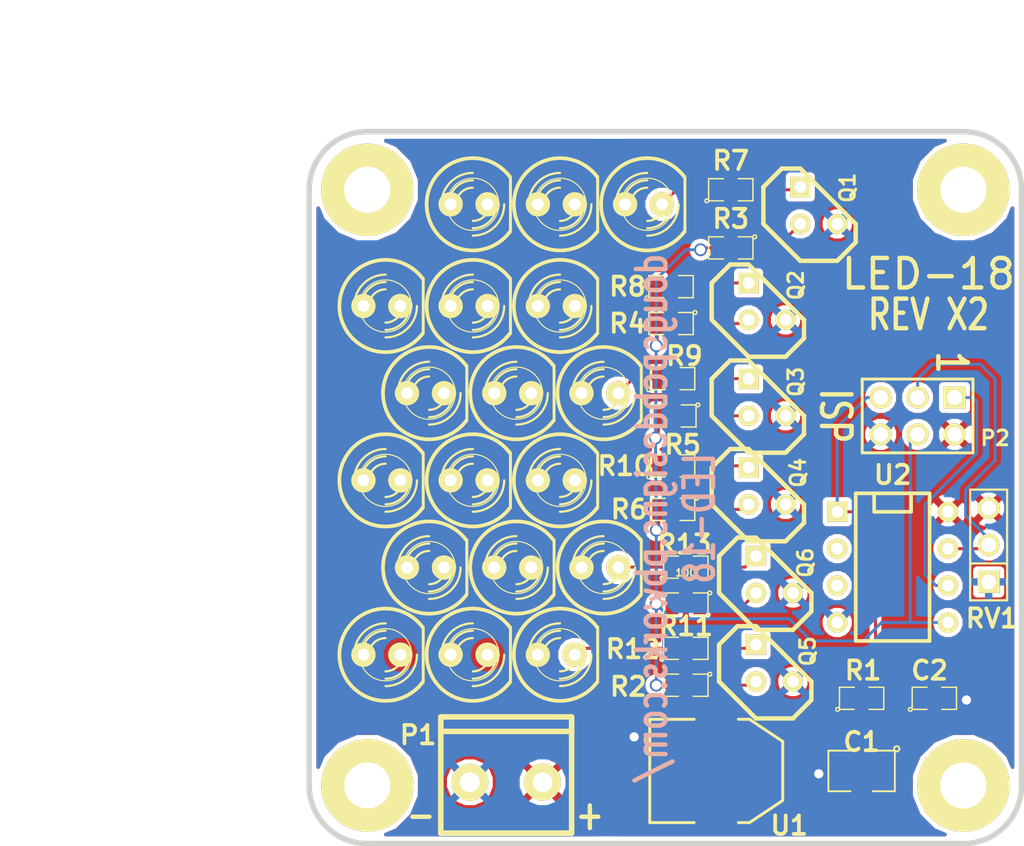
<source format=kicad_pcb>
(kicad_pcb (version 3) (host pcbnew "(2013-05-31 BZR 4019)-stable")
  (layers (15 Front signal) (0 Back signal) (20 B.SilkS user) (21 F.SilkS user) (22 B.Mask user) (23 F.Mask user) (28 Edge.Cuts user))
  (net 0 "")
  (net 1 +12V)
  (net 2 +5V)
  (net 3 /MISO)
  (net 4 /MOSI)
  (net 5 /RST*)
  (net 6 /SCK)
  (net 7 GND)
  (net 8 N-000001)
  (net 9 N-0000016)
  (net 10 N-0000017)
  (net 11 N-0000018)
  (net 12 N-0000019)
  (net 13 N-000002)
  (net 14 N-0000020)
  (net 15 N-0000021)
  (net 16 N-0000026)
  (net 17 N-0000027)
  (net 18 N-0000028)
  (net 19 N-0000029)
  (net 20 N-000003)
  (net 21 N-0000030)
  (net 22 N-0000031)
  (net 23 N-0000032)
  (net 24 N-0000033)
  (net 25 N-0000034)
  (net 26 N-0000035)
  (net 27 N-0000036)
  (net 28 N-0000037)
  (net 29 N-0000038)
  (net 30 N-0000039)
  (net 31 N-000004)
  (net 32 N-0000040)
  (net 33 N-0000041)
  (net 34 N-000005)
  (net 35 N-000006)
  (net 36 N-000007)
  (net 37 N-000008)
  (module PIN_ARRAY_3X1 (layer Front) (at 201.736 108.448 90)
    (fp_text reference RV1 (at -5.052 0.228 180) (layer F.SilkS) (effects (font (size 1.27 1.27) (thickness 0.254))))
    (fp_text value 10K-POT hide)
    (pad 1 thru_hole rect (at -2.54 0 90) (size 1.524 1.524) (drill 1.016) (layers *.Cu *.Mask F.SilkS) (net 7 GND))
    (pad 2 thru_hole circle (at 0 0 90) (size 1.524 1.524) (drill 1.016) (layers *.Cu *.Mask F.SilkS) (net 6 /SCK))
    (pad 3 thru_hole circle (at 2.54 0 90) (size 1.524 1.524) (drill 1.016) (layers *.Cu *.Mask F.SilkS) (net 2 +5V))
  )
  (module LED-5MM (layer Front) (at 163 98)
    (fp_text reference D7 hide)
    (fp_text value LED hide)
    (pad 1 thru_hole circle (at -1.27 0) (size 1.6764 1.6764) (drill 0.812799) (layers *.Cu *.Mask F.SilkS) (net 1 +12V))
    (pad 2 thru_hole circle (at 1.27 0) (size 1.6764 1.6764) (drill 0.812799) (layers *.Cu *.Mask F.SilkS) (net 21 N-0000030))
  )
  (module LED-5MM (layer Front) (at 172 104)
    (fp_text reference D12 hide)
    (fp_text value LED hide)
    (pad 1 thru_hole circle (at -1.27 0) (size 1.6764 1.6764) (drill 0.812799) (layers *.Cu *.Mask F.SilkS) (net 23 N-0000032))
    (pad 2 thru_hole circle (at 1.27 0) (size 1.6764 1.6764) (drill 0.812799) (layers *.Cu *.Mask F.SilkS) (net 24 N-0000033))
  )
  (module LED-5MM (layer Front) (at 166 104)
    (fp_text reference D11 hide)
    (fp_text value LED hide)
    (pad 1 thru_hole circle (at -1.27 0) (size 1.6764 1.6764) (drill 0.812799) (layers *.Cu *.Mask F.SilkS) (net 22 N-0000031))
    (pad 2 thru_hole circle (at 1.27 0) (size 1.6764 1.6764) (drill 0.812799) (layers *.Cu *.Mask F.SilkS) (net 23 N-0000032))
  )
  (module LED-5MM (layer Front) (at 160 104)
    (fp_text reference D10 hide)
    (fp_text value LED hide)
    (pad 1 thru_hole circle (at -1.27 0) (size 1.6764 1.6764) (drill 0.812799) (layers *.Cu *.Mask F.SilkS) (net 1 +12V))
    (pad 2 thru_hole circle (at 1.27 0) (size 1.6764 1.6764) (drill 0.812799) (layers *.Cu *.Mask F.SilkS) (net 22 N-0000031))
  )
  (module LED-5MM (layer Front) (at 175 98)
    (fp_text reference D9 hide)
    (fp_text value LED hide)
    (pad 1 thru_hole circle (at -1.27 0) (size 1.6764 1.6764) (drill 0.812799) (layers *.Cu *.Mask F.SilkS) (net 17 N-0000027))
    (pad 2 thru_hole circle (at 1.27 0) (size 1.6764 1.6764) (drill 0.812799) (layers *.Cu *.Mask F.SilkS) (net 19 N-0000029))
  )
  (module LED-5MM (layer Front) (at 169 98)
    (fp_text reference D8 hide)
    (fp_text value LED hide)
    (pad 1 thru_hole circle (at -1.27 0) (size 1.6764 1.6764) (drill 0.812799) (layers *.Cu *.Mask F.SilkS) (net 21 N-0000030))
    (pad 2 thru_hole circle (at 1.27 0) (size 1.6764 1.6764) (drill 0.812799) (layers *.Cu *.Mask F.SilkS) (net 17 N-0000027))
  )
  (module LED-5MM (layer Front) (at 172 92)
    (fp_text reference D6 hide)
    (fp_text value LED hide)
    (pad 1 thru_hole circle (at -1.27 0) (size 1.6764 1.6764) (drill 0.812799) (layers *.Cu *.Mask F.SilkS) (net 28 N-0000037))
    (pad 2 thru_hole circle (at 1.27 0) (size 1.6764 1.6764) (drill 0.812799) (layers *.Cu *.Mask F.SilkS) (net 27 N-0000036))
  )
  (module LED-5MM (layer Front) (at 166 92)
    (fp_text reference D5 hide)
    (fp_text value LED hide)
    (pad 1 thru_hole circle (at -1.27 0) (size 1.6764 1.6764) (drill 0.812799) (layers *.Cu *.Mask F.SilkS) (net 29 N-0000038))
    (pad 2 thru_hole circle (at 1.27 0) (size 1.6764 1.6764) (drill 0.812799) (layers *.Cu *.Mask F.SilkS) (net 28 N-0000037))
  )
  (module LED-5MM (layer Front) (at 160 92)
    (fp_text reference D4 hide)
    (fp_text value LED hide)
    (pad 1 thru_hole circle (at -1.27 0) (size 1.6764 1.6764) (drill 0.812799) (layers *.Cu *.Mask F.SilkS) (net 1 +12V))
    (pad 2 thru_hole circle (at 1.27 0) (size 1.6764 1.6764) (drill 0.812799) (layers *.Cu *.Mask F.SilkS) (net 29 N-0000038))
  )
  (module LED-5MM (layer Front) (at 178 85)
    (fp_text reference D3 hide)
    (fp_text value LED hide)
    (pad 1 thru_hole circle (at -1.27 0) (size 1.6764 1.6764) (drill 0.812799) (layers *.Cu *.Mask F.SilkS) (net 32 N-0000040))
    (pad 2 thru_hole circle (at 1.27 0) (size 1.6764 1.6764) (drill 0.812799) (layers *.Cu *.Mask F.SilkS) (net 33 N-0000041))
  )
  (module LED-5MM (layer Front) (at 172 85)
    (fp_text reference D2 hide)
    (fp_text value LED hide)
    (pad 1 thru_hole circle (at -1.27 0) (size 1.6764 1.6764) (drill 0.812799) (layers *.Cu *.Mask F.SilkS) (net 30 N-0000039))
    (pad 2 thru_hole circle (at 1.27 0) (size 1.6764 1.6764) (drill 0.812799) (layers *.Cu *.Mask F.SilkS) (net 32 N-0000040))
  )
  (module LED-5MM (layer Front) (at 166 85)
    (fp_text reference D1 hide)
    (fp_text value LED hide)
    (pad 1 thru_hole circle (at -1.27 0) (size 1.6764 1.6764) (drill 0.812799) (layers *.Cu *.Mask F.SilkS) (net 1 +12V))
    (pad 2 thru_hole circle (at 1.27 0) (size 1.6764 1.6764) (drill 0.812799) (layers *.Cu *.Mask F.SilkS) (net 30 N-0000039))
  )
  (module TB2-5MM (layer Front) (at 166.0525 124.7775)
    (fp_text reference P1 (at -3.5595 -3.2485) (layer F.SilkS) (effects (font (size 1.27 1.27) (thickness 0.254))))
    (fp_text value CONN_2 hide)
    (pad 1 thru_hole circle (at 0 0) (size 2.54 2.54) (drill 1.3589) (layers *.Cu *.Mask F.SilkS) (net 7 GND))
    (pad 2 thru_hole circle (at 5 0) (size 2.54 2.54) (drill 1.3589) (layers *.Cu *.Mask F.SilkS) (net 1 +12V))
  )
  (module SM0805 (layer Front) (at 193 119)
    (fp_text reference R1 (at 0.1 -1.916) (layer F.SilkS) (effects (font (size 1.27 1.27) (thickness 0.254))))
    (fp_text value 10K hide)
    (pad 1 smd rect (at -0.9525 0) (size 0.889 1.397) (layers Front F.Mask) (net 2 +5V))
    (pad 2 smd rect (at 0.9525 0) (size 0.889 1.397) (layers Front F.Mask) (net 5 /RST*))
  )
  (module SM1210 (layer Front) (at 193 124 180)
    (fp_text reference C1 (at 0 2 180) (layer F.SilkS) (effects (font (size 1.27 1.27) (thickness 0.254))))
    (fp_text value 10uF hide)
    (pad 1 smd rect (at -1.524 0 180) (size 1.27 2.54) (layers Front F.Mask) (net 2 +5V))
    (pad 2 smd rect (at 1.524 0 180) (size 1.27 2.54) (layers Front F.Mask) (net 7 GND))
  )
  (module SM0805 (layer Front) (at 198 119)
    (fp_text reference C2 (at -0.328 -1.916) (layer F.SilkS) (effects (font (size 1.27 1.27) (thickness 0.254))))
    (fp_text value 0.1uF hide)
    (pad 1 smd rect (at -0.9525 0) (size 0.889 1.397) (layers Front F.Mask) (net 5 /RST*))
    (pad 2 smd rect (at 0.9525 0) (size 0.889 1.397) (layers Front F.Mask) (net 7 GND))
  )
  (module SM0805 (layer Front) (at 184 88 180)
    (fp_text reference R3 (at 0 2 180) (layer F.SilkS) (effects (font (size 1.27 1.27) (thickness 0.254))))
    (fp_text value 10K hide)
    (pad 1 smd rect (at -0.9525 0 180) (size 0.889 1.397) (layers Front F.Mask) (net 11 N-0000018))
    (pad 2 smd rect (at 0.9525 0 180) (size 0.889 1.397) (layers Front F.Mask) (net 4 /MOSI))
  )
  (module SM0805 (layer Front) (at 179.892 93.208 180)
    (fp_text reference R4 (at 3 0 180) (layer F.SilkS) (effects (font (size 1.27 1.27) (thickness 0.254))))
    (fp_text value 10K hide)
    (pad 1 smd rect (at -0.9525 0 180) (size 0.889 1.397) (layers Front F.Mask) (net 12 N-0000019))
    (pad 2 smd rect (at 0.9525 0 180) (size 0.889 1.397) (layers Front F.Mask) (net 4 /MOSI))
  )
  (module SM0805 (layer Front) (at 180.086 99.568 180)
    (fp_text reference R5 (at -0.6032 -1.9804 180) (layer F.SilkS) (effects (font (size 1.27 1.27) (thickness 0.254))))
    (fp_text value 10K hide)
    (pad 1 smd rect (at -0.9525 0 180) (size 0.889 1.397) (layers Front F.Mask) (net 14 N-0000020))
    (pad 2 smd rect (at 0.9525 0 180) (size 0.889 1.397) (layers Front F.Mask) (net 4 /MOSI))
  )
  (module SM0805 (layer Front) (at 180 106 180)
    (fp_text reference R6 (at 3 0 180) (layer F.SilkS) (effects (font (size 1.27 1.27) (thickness 0.254))))
    (fp_text value 10K hide)
    (pad 1 smd rect (at -0.9525 0 180) (size 0.889 1.397) (layers Front F.Mask) (net 16 N-0000026))
    (pad 2 smd rect (at 0.9525 0 180) (size 0.889 1.397) (layers Front F.Mask) (net 4 /MOSI))
  )
  (module SM0805 (layer Front) (at 184 84)
    (fp_text reference R7 (at 0 -2) (layer F.SilkS) (effects (font (size 1.27 1.27) (thickness 0.254))))
    (fp_text value 100 hide)
    (pad 1 smd rect (at -0.9525 0) (size 0.889 1.397) (layers Front F.Mask) (net 33 N-0000041))
    (pad 2 smd rect (at 0.9525 0) (size 0.889 1.397) (layers Front F.Mask) (net 15 N-0000021))
  )
  (module SM0805 (layer Front) (at 179.892 90.668)
    (fp_text reference R8 (at -3 0) (layer F.SilkS) (effects (font (size 1.27 1.27) (thickness 0.254))))
    (fp_text value 100 hide)
    (pad 1 smd rect (at -0.9525 0) (size 0.889 1.397) (layers Front F.Mask) (net 27 N-0000036))
    (pad 2 smd rect (at 0.9525 0) (size 0.889 1.397) (layers Front F.Mask) (net 26 N-0000035))
  )
  (module SM0805 (layer Front) (at 180 97)
    (fp_text reference R9 (at 0.8064 -1.5568) (layer F.SilkS) (effects (font (size 1.27 1.27) (thickness 0.254))))
    (fp_text value 100 hide)
    (pad 1 smd rect (at -0.9525 0) (size 0.889 1.397) (layers Front F.Mask) (net 19 N-0000029))
    (pad 2 smd rect (at 0.9525 0) (size 0.889 1.397) (layers Front F.Mask) (net 18 N-0000028))
  )
  (module SM0805 (layer Front) (at 180 103)
    (fp_text reference R10 (at -3.3084 0.0124) (layer F.SilkS) (effects (font (size 1.27 1.27) (thickness 0.254))))
    (fp_text value 100 hide)
    (pad 1 smd rect (at -0.9525 0) (size 0.889 1.397) (layers Front F.Mask) (net 24 N-0000033))
    (pad 2 smd rect (at 0.9525 0) (size 0.889 1.397) (layers Front F.Mask) (net 25 N-0000034))
  )
  (module SOT223 (layer Front) (at 183 124 270)
    (fp_text reference U1 (at 3.752 -5.02 360) (layer F.SilkS) (effects (font (size 1.27 1.27) (thickness 0.254))))
    (fp_text value AP1117 hide)
    (pad 4 smd rect (at 0 -3.302 270) (size 3.6576 2.032) (layers Front F.Mask) (net 2 +5V))
    (pad 2 smd rect (at 0 3.302 270) (size 1.016 2.032) (layers Front F.Mask) (net 2 +5V))
    (pad 3 smd rect (at 2.286 3.302 270) (size 1.016 2.032) (layers Front F.Mask) (net 1 +12V))
    (pad 1 smd rect (at -2.286 3.302 270) (size 1.016 2.032) (layers Front F.Mask) (net 7 GND))
  )
  (module SM0805 (layer Front) (at 180.908 109.972)
    (fp_text reference R13 (at -0.092 -1.568) (layer F.SilkS) (effects (font (size 1.27 1.27) (thickness 0.254))))
    (fp_text value 100 (at 0 0.381) (layer F.SilkS) (effects (font (size 0.50038 0.50038) (thickness 0.10922))))
    (pad 1 smd rect (at -0.9525 0) (size 0.889 1.397) (layers Front F.Mask) (net 20 N-000003))
    (pad 2 smd rect (at 0.9525 0) (size 0.889 1.397) (layers Front F.Mask) (net 13 N-000002))
  )
  (module SM0805 (layer Front) (at 180.908 115.56)
    (fp_text reference R12 (at -3.648 0.052) (layer F.SilkS) (effects (font (size 1.27 1.27) (thickness 0.254))))
    (fp_text value 100 hide)
    (pad 1 smd rect (at -0.9525 0) (size 0.889 1.397) (layers Front F.Mask) (net 36 N-000007))
    (pad 2 smd rect (at 0.9525 0) (size 0.889 1.397) (layers Front F.Mask) (net 37 N-000008))
  )
  (module SM0805 (layer Front) (at 180.908 112.512 180)
    (fp_text reference R11 (at 0 -1.524 180) (layer F.SilkS) (effects (font (size 1.27 1.27) (thickness 0.254))))
    (fp_text value 10K hide)
    (pad 1 smd rect (at -0.9525 0 180) (size 0.889 1.397) (layers Front F.Mask) (net 10 N-0000017))
    (pad 2 smd rect (at 0.9525 0 180) (size 0.889 1.397) (layers Front F.Mask) (net 4 /MOSI))
  )
  (module SM0805 (layer Front) (at 180.908 118.1 180)
    (fp_text reference R2 (at 3.9624 -0.1016 180) (layer F.SilkS) (effects (font (size 1.27 1.27) (thickness 0.254))))
    (fp_text value 10K hide)
    (pad 1 smd rect (at -0.9525 0 180) (size 0.889 1.397) (layers Front F.Mask) (net 9 N-0000016))
    (pad 2 smd rect (at 0.9525 0 180) (size 0.889 1.397) (layers Front F.Mask) (net 4 /MOSI))
  )
  (module LED-5MM (layer Front) (at 163 110)
    (fp_text reference D16 hide)
    (fp_text value LED hide)
    (pad 1 thru_hole circle (at -1.27 0) (size 1.6764 1.6764) (drill 0.8128) (layers *.Cu *.Mask F.SilkS) (net 1 +12V))
    (pad 2 thru_hole circle (at 1.27 0) (size 1.6764 1.6764) (drill 0.8128) (layers *.Cu *.Mask F.SilkS) (net 8 N-000001))
  )
  (module LED-5MM (layer Front) (at 169 110)
    (fp_text reference D17 hide)
    (fp_text value LED hide)
    (pad 1 thru_hole circle (at -1.27 0) (size 1.6764 1.6764) (drill 0.8128) (layers *.Cu *.Mask F.SilkS) (net 8 N-000001))
    (pad 2 thru_hole circle (at 1.27 0) (size 1.6764 1.6764) (drill 0.8128) (layers *.Cu *.Mask F.SilkS) (net 31 N-000004))
  )
  (module LED-5MM (layer Front) (at 175 110)
    (fp_text reference D18 hide)
    (fp_text value LED hide)
    (pad 1 thru_hole circle (at -1.27 0) (size 1.6764 1.6764) (drill 0.8128) (layers *.Cu *.Mask F.SilkS) (net 31 N-000004))
    (pad 2 thru_hole circle (at 1.27 0) (size 1.6764 1.6764) (drill 0.8128) (layers *.Cu *.Mask F.SilkS) (net 20 N-000003))
  )
  (module LED-5MM (layer Front) (at 160 116)
    (fp_text reference D13 hide)
    (fp_text value LED hide)
    (pad 1 thru_hole circle (at -1.27 0) (size 1.6764 1.6764) (drill 0.8128) (layers *.Cu *.Mask F.SilkS) (net 1 +12V))
    (pad 2 thru_hole circle (at 1.27 0) (size 1.6764 1.6764) (drill 0.8128) (layers *.Cu *.Mask F.SilkS) (net 34 N-000005))
  )
  (module LED-5MM (layer Front) (at 166 116)
    (fp_text reference D14 hide)
    (fp_text value LED hide)
    (pad 1 thru_hole circle (at -1.27 0) (size 1.6764 1.6764) (drill 0.8128) (layers *.Cu *.Mask F.SilkS) (net 34 N-000005))
    (pad 2 thru_hole circle (at 1.27 0) (size 1.6764 1.6764) (drill 0.8128) (layers *.Cu *.Mask F.SilkS) (net 35 N-000006))
  )
  (module LED-5MM (layer Front) (at 172 116)
    (fp_text reference D15 hide)
    (fp_text value LED hide)
    (pad 1 thru_hole circle (at -1.27 0) (size 1.6764 1.6764) (drill 0.8128) (layers *.Cu *.Mask F.SilkS) (net 35 N-000006))
    (pad 2 thru_hole circle (at 1.27 0) (size 1.6764 1.6764) (drill 0.8128) (layers *.Cu *.Mask F.SilkS) (net 36 N-000007))
  )
  (module MTG-4-40 (layer Front) (at 200 125)
    (fp_text reference MTG4 hide)
    (fp_text value CONN_1 hide)
    (pad 1 thru_hole circle (at 0 0) (size 6.35 6.35) (drill 3.175) (layers *.Cu *.Mask F.SilkS))
  )
  (module MTG-4-40 (layer Front) (at 159 125)
    (fp_text reference MTG3 hide)
    (fp_text value CONN_1 hide)
    (pad 1 thru_hole circle (at 0 0) (size 6.35 6.35) (drill 3.175) (layers *.Cu *.Mask F.SilkS))
  )
  (module MTG-4-40 (layer Front) (at 200 84)
    (fp_text reference MTG2 hide)
    (fp_text value CONN_1 hide)
    (pad 1 thru_hole circle (at 0 0) (size 6.35 6.35) (drill 3.175) (layers *.Cu *.Mask F.SilkS))
  )
  (module MTG-4-40 (layer Front) (at 159 84)
    (fp_text reference MTG1 hide)
    (fp_text value CONN_1 hide)
    (pad 1 thru_hole circle (at 0 0) (size 6.35 6.35) (drill 3.175) (layers *.Cu *.Mask F.SilkS))
  )
  (module DIP-8__300 (layer Front) (at 195.132 109.972 270)
    (fp_text reference U2 (at -6.35 0 360) (layer F.SilkS) (effects (font (size 1.27 1.27) (thickness 0.254))))
    (fp_text value ATTINY85 hide)
    (pad 1 thru_hole rect (at -3.81 3.81 270) (size 1.397 1.397) (drill 0.8128) (layers *.Cu *.Mask F.SilkS) (net 5 /RST*))
    (pad 2 thru_hole circle (at -1.27 3.81 270) (size 1.397 1.397) (drill 0.8128) (layers *.Cu *.Mask F.SilkS))
    (pad 3 thru_hole circle (at 1.27 3.81 270) (size 1.397 1.397) (drill 0.8128) (layers *.Cu *.Mask F.SilkS))
    (pad 4 thru_hole circle (at 3.81 3.81 270) (size 1.397 1.397) (drill 0.8128) (layers *.Cu *.Mask F.SilkS) (net 7 GND))
    (pad 5 thru_hole circle (at 3.81 -3.81 270) (size 1.397 1.397) (drill 0.8128) (layers *.Cu *.Mask F.SilkS) (net 4 /MOSI))
    (pad 6 thru_hole circle (at 1.27 -3.81 270) (size 1.397 1.397) (drill 0.8128) (layers *.Cu *.Mask F.SilkS) (net 3 /MISO))
    (pad 7 thru_hole circle (at -1.27 -3.81 270) (size 1.397 1.397) (drill 0.8128) (layers *.Cu *.Mask F.SilkS) (net 6 /SCK))
    (pad 8 thru_hole circle (at -3.81 -3.81 270) (size 1.397 1.397) (drill 0.8128) (layers *.Cu *.Mask F.SilkS) (net 2 +5V))
  )
  (module TO92-123 (layer Front) (at 186.496 104.384 90)
    (fp_text reference Q4 (at 0.9144 2.1336 90) (layer F.SilkS) (effects (font (size 1.016 1.016) (thickness 0.2032))))
    (fp_text value NPN hide)
    (pad 3 thru_hole rect (at 1.27 -1.27 90) (size 1.397 1.397) (drill 0.8128) (layers *.Cu *.Mask F.SilkS) (net 25 N-0000034))
    (pad 2 thru_hole circle (at -1.27 -1.27 90) (size 1.397 1.397) (drill 0.8128) (layers *.Cu *.Mask F.SilkS) (net 16 N-0000026))
    (pad 1 thru_hole circle (at -1.27 1.27 90) (size 1.397 1.397) (drill 0.8128) (layers *.Cu *.Mask F.SilkS) (net 7 GND))
  )
  (module TO92-123 (layer Front) (at 186.496 98.288 90)
    (fp_text reference Q3 (at 1.0668 1.9812 90) (layer F.SilkS) (effects (font (size 1.016 1.016) (thickness 0.2032))))
    (fp_text value NPN hide)
    (pad 3 thru_hole rect (at 1.27 -1.27 90) (size 1.397 1.397) (drill 0.8128) (layers *.Cu *.Mask F.SilkS) (net 18 N-0000028))
    (pad 2 thru_hole circle (at -1.27 -1.27 90) (size 1.397 1.397) (drill 0.8128) (layers *.Cu *.Mask F.SilkS) (net 14 N-0000020))
    (pad 1 thru_hole circle (at -1.27 1.27 90) (size 1.397 1.397) (drill 0.8128) (layers *.Cu *.Mask F.SilkS) (net 7 GND))
  )
  (module TO92-123 (layer Front) (at 186.496 91.684 90)
    (fp_text reference Q2 (at 1.1176 1.9812 90) (layer F.SilkS) (effects (font (size 1.016 1.016) (thickness 0.2032))))
    (fp_text value NPN hide)
    (pad 3 thru_hole rect (at 1.27 -1.27 90) (size 1.397 1.397) (drill 0.8128) (layers *.Cu *.Mask F.SilkS) (net 26 N-0000035))
    (pad 2 thru_hole circle (at -1.27 -1.27 90) (size 1.397 1.397) (drill 0.8128) (layers *.Cu *.Mask F.SilkS) (net 12 N-0000019))
    (pad 1 thru_hole circle (at -1.27 1.27 90) (size 1.397 1.397) (drill 0.8128) (layers *.Cu *.Mask F.SilkS) (net 7 GND))
  )
  (module TO92-123 (layer Front) (at 190.052 85.08 90)
    (fp_text reference Q1 (at 1.2192 1.9812 90) (layer F.SilkS) (effects (font (size 1.016 1.016) (thickness 0.2032))))
    (fp_text value NPN hide)
    (pad 3 thru_hole rect (at 1.27 -1.27 90) (size 1.397 1.397) (drill 0.8128) (layers *.Cu *.Mask F.SilkS) (net 15 N-0000021))
    (pad 2 thru_hole circle (at -1.27 -1.27 90) (size 1.397 1.397) (drill 0.8128) (layers *.Cu *.Mask F.SilkS) (net 11 N-0000018))
    (pad 1 thru_hole circle (at -1.27 1.27 90) (size 1.397 1.397) (drill 0.8128) (layers *.Cu *.Mask F.SilkS) (net 7 GND))
  )
  (module TO92-123 (layer Front) (at 187.004 110.48 90)
    (fp_text reference Q6 (at 0.8128 2.1336 90) (layer F.SilkS) (effects (font (size 1.016 1.016) (thickness 0.2032))))
    (fp_text value NPN hide)
    (pad 3 thru_hole rect (at 1.27 -1.27 90) (size 1.397 1.397) (drill 0.8128) (layers *.Cu *.Mask F.SilkS) (net 13 N-000002))
    (pad 2 thru_hole circle (at -1.27 -1.27 90) (size 1.397 1.397) (drill 0.8128) (layers *.Cu *.Mask F.SilkS) (net 10 N-0000017))
    (pad 1 thru_hole circle (at -1.27 1.27 90) (size 1.397 1.397) (drill 0.8128) (layers *.Cu *.Mask F.SilkS) (net 7 GND))
  )
  (module TO92-123 (layer Front) (at 187.004 116.576 90)
    (fp_text reference Q5 (at 0.8128 2.286 90) (layer F.SilkS) (effects (font (size 1.016 1.016) (thickness 0.2032))))
    (fp_text value NPN hide)
    (pad 3 thru_hole rect (at 1.27 -1.27 90) (size 1.397 1.397) (drill 0.8128) (layers *.Cu *.Mask F.SilkS) (net 37 N-000008))
    (pad 2 thru_hole circle (at -1.27 -1.27 90) (size 1.397 1.397) (drill 0.8128) (layers *.Cu *.Mask F.SilkS) (net 9 N-0000016))
    (pad 1 thru_hole circle (at -1.27 1.27 90) (size 1.397 1.397) (drill 0.8128) (layers *.Cu *.Mask F.SilkS) (net 7 GND))
  )
  (module pin_array_3x2 (layer Front) (at 196.85 99.568 180)
    (fp_text reference P2 (at -5.334 -1.524 180) (layer F.SilkS) (effects (font (size 1.016 1.016) (thickness 0.2032))))
    (fp_text value CONN_3X2 hide)
    (pad 1 thru_hole rect (at -2.54 1.27 180) (size 1.524 1.524) (drill 1.016) (layers *.Cu *.Mask F.SilkS) (net 3 /MISO))
    (pad 2 thru_hole circle (at -2.54 -1.27 180) (size 1.524 1.524) (drill 1.016) (layers *.Cu *.Mask F.SilkS) (net 2 +5V))
    (pad 3 thru_hole circle (at 0 1.27 180) (size 1.524 1.524) (drill 1.016) (layers *.Cu *.Mask F.SilkS) (net 6 /SCK))
    (pad 4 thru_hole circle (at 0 -1.27 180) (size 1.524 1.524) (drill 1.016) (layers *.Cu *.Mask F.SilkS) (net 4 /MOSI))
    (pad 5 thru_hole circle (at 2.54 1.27 180) (size 1.524 1.524) (drill 1.016) (layers *.Cu *.Mask F.SilkS) (net 5 /RST*))
    (pad 6 thru_hole circle (at 2.54 -1.27 180) (size 1.524 1.524) (drill 1.016) (layers *.Cu *.Mask F.SilkS) (net 7 GND))
  )
  (gr_text "dougspcbdesigns.pbworks.com/\nLED-18" (at 180.213 106.6165 90) (layer B.SilkS) (effects (font (size 2.032 1.524) (thickness 0.3048)) (justify mirror)))
  (gr_text "REV X2" (at 197.6 92.6) (layer F.SilkS) (effects (font (size 2.032 1.524) (thickness 0.3048))))
  (gr_text 1 (at 199.1995 95.885 270) (layer F.SilkS) (effects (font (size 2.032 1.524) (thickness 0.3048))))
  (gr_text ISP (at 191.1985 99.568 270) (layer F.SilkS) (effects (font (size 2.032 1.524) (thickness 0.3048))))
  (gr_text - (at 162.687 127) (layer F.SilkS) (effects (font (size 2.032 1.524) (thickness 0.3048))))
  (gr_text + (at 174.3075 127) (layer F.SilkS) (effects (font (size 2.032 1.524) (thickness 0.3048))))
  (gr_line (start 204 125) (end 204 84) (angle 90) (layer Edge.Cuts) (width 0.381))
  (gr_line (start 159 129) (end 200 129) (angle 90) (layer Edge.Cuts) (width 0.381))
  (gr_line (start 155 84) (end 155 125) (angle 90) (layer Edge.Cuts) (width 0.381))
  (gr_line (start 200 80) (end 159 80) (angle 90) (layer Edge.Cuts) (width 0.381))
  (gr_arc (start 159 125) (end 159 129) (angle 90) (layer Edge.Cuts) (width 0.381))
  (gr_arc (start 200 125) (end 204 125) (angle 90) (layer Edge.Cuts) (width 0.381))
  (gr_arc (start 200 84) (end 200 80) (angle 90) (layer Edge.Cuts) (width 0.381))
  (gr_arc (start 159 84) (end 155 84) (angle 90) (layer Edge.Cuts) (width 0.381))
  (gr_text LED-18 (at 197.6 89.8) (layer F.SilkS) (effects (font (size 2.032 2.032) (thickness 0.3048))))
  (segment (start 179.698 126.286) (end 172.561 126.286) (width 0.635) (layer Front) (net 1))
  (segment (start 172.561 126.286) (end 171.0525 124.7775) (width 0.635) (layer Front) (net 1))
  (segment (start 198.942 111.242) (end 198.11 111.242) (width 0.2032) (layer Back) (net 3))
  (segment (start 200.66 98.298) (end 199.39 98.298) (width 0.2032) (layer Back) (net 3))
  (segment (start 200.914 98.552) (end 200.66 98.298) (width 0.2032) (layer Back) (net 3))
  (segment (start 200.914 102.108) (end 200.914 98.552) (width 0.2032) (layer Back) (net 3))
  (segment (start 197.358 105.664) (end 200.914 102.108) (width 0.2032) (layer Back) (net 3))
  (segment (start 197.358 110.49) (end 197.358 105.664) (width 0.2032) (layer Back) (net 3))
  (segment (start 198.11 111.242) (end 197.358 110.49) (width 0.2032) (layer Back) (net 3))
  (segment (start 196.342 113.782) (end 196.342 101.346) (width 0.2032) (layer Back) (net 4))
  (segment (start 196.342 101.346) (end 196.85 100.838) (width 0.2032) (layer Back) (net 4))
  (segment (start 198.942 113.782) (end 196.342 113.782) (width 0.2032) (layer Back) (net 4))
  (segment (start 196.342 113.782) (end 194.37 113.782) (width 0.2032) (layer Back) (net 4))
  (segment (start 179.892 113.528) (end 178.876 112.512) (width 0.2032) (layer Back) (net 4))
  (segment (start 188.02 113.528) (end 179.892 113.528) (width 0.2032) (layer Back) (net 4))
  (segment (start 189.544 115.052) (end 188.02 113.528) (width 0.2032) (layer Back) (net 4))
  (segment (start 193.1 115.052) (end 189.544 115.052) (width 0.2032) (layer Back) (net 4))
  (segment (start 194.37 113.782) (end 193.1 115.052) (width 0.2032) (layer Back) (net 4))
  (segment (start 178.876 94.732) (end 178.876 90.16) (width 0.2032) (layer Back) (net 4))
  (segment (start 180.908 88.128) (end 181.924 88.128) (width 0.2032) (layer Back) (net 4))
  (segment (start 178.876 90.16) (end 180.908 88.128) (width 0.2032) (layer Back) (net 4))
  (segment (start 178.816 101.092) (end 178.876 94.732) (width 0.2032) (layer Back) (net 4))
  (segment (start 178.876 107.432) (end 178.816 101.092) (width 0.2032) (layer Back) (net 4))
  (segment (start 178.876 107.432) (end 178.876 112.512) (width 0.2032) (layer Back) (net 4))
  (segment (start 178.876 112.512) (end 178.876 118.1) (width 0.2032) (layer Back) (net 4))
  (segment (start 182.052 88) (end 183.0475 88) (width 0.2032) (layer Front) (net 4))
  (segment (start 181.924 88.128) (end 182.052 88) (width 0.2032) (layer Front) (net 4))
  (via (at 181.924 88.128) (size 0.889) (layers Front Back) (net 4))
  (segment (start 178.9395 94.6685) (end 178.9395 93.208) (width 0.2032) (layer Front) (net 4))
  (segment (start 178.876 94.732) (end 178.9395 94.6685) (width 0.2032) (layer Front) (net 4))
  (via (at 178.876 94.732) (size 0.889) (layers Front Back) (net 4))
  (segment (start 178.9875 100.9205) (end 179.1335 99.568) (width 0.2032) (layer Front) (net 4))
  (segment (start 178.816 101.092) (end 178.9875 100.9205) (width 0.2032) (layer Front) (net 4))
  (via (at 178.816 101.092) (size 0.889) (layers Front Back) (net 4))
  (segment (start 179.0475 106) (end 179.0475 107.2605) (width 0.2032) (layer Front) (net 4))
  (via (at 178.876 107.432) (size 0.889) (layers Front Back) (net 4))
  (segment (start 179.0475 107.2605) (end 178.876 107.432) (width 0.2032) (layer Front) (net 4))
  (segment (start 179.9555 112.512) (end 178.876 112.512) (width 0.2032) (layer Front) (net 4))
  (segment (start 178.876 118.1) (end 179.9555 118.1) (width 0.2032) (layer Front) (net 4))
  (via (at 178.876 118.1) (size 0.889) (layers Front Back) (net 4))
  (via (at 178.876 112.512) (size 0.889) (layers Front Back) (net 4))
  (segment (start 191.322 106.162) (end 191.322 100.3335) (width 0.2032) (layer Back) (net 5))
  (segment (start 193.3575 98.298) (end 194.31 98.298) (width 0.2032) (layer Back) (net 5))
  (segment (start 191.322 100.3335) (end 193.3575 98.298) (width 0.2032) (layer Back) (net 5))
  (segment (start 193.9525 119) (end 193.9525 106.5795) (width 0.2032) (layer Front) (net 5))
  (segment (start 193.535 106.162) (end 191.322 106.162) (width 0.2032) (layer Front) (net 5))
  (segment (start 193.9525 106.5795) (end 193.535 106.162) (width 0.2032) (layer Front) (net 5))
  (segment (start 193.9525 119) (end 197.0475 119) (width 0.2032) (layer Front) (net 5))
  (segment (start 201.736 108.448) (end 201.736 108.01) (width 0.2032) (layer Back) (net 6))
  (segment (start 196.85 97.028) (end 196.85 98.298) (width 0.2032) (layer Back) (net 6))
  (segment (start 197.866 96.012) (end 196.85 97.028) (width 0.2032) (layer Back) (net 6))
  (segment (start 201.168 96.012) (end 197.866 96.012) (width 0.2032) (layer Back) (net 6))
  (segment (start 202.184 97.028) (end 201.168 96.012) (width 0.2032) (layer Back) (net 6))
  (segment (start 202.184 102.616) (end 202.184 97.028) (width 0.2032) (layer Back) (net 6))
  (segment (start 200.152 104.648) (end 202.184 102.616) (width 0.2032) (layer Back) (net 6))
  (segment (start 200.152 106.426) (end 200.152 104.648) (width 0.2032) (layer Back) (net 6))
  (segment (start 201.736 108.01) (end 200.152 106.426) (width 0.2032) (layer Back) (net 6))
  (segment (start 198.942 108.702) (end 201.482 108.702) (width 0.2032) (layer Front) (net 6))
  (segment (start 201.482 108.702) (end 201.736 108.448) (width 0.2032) (layer Front) (net 6))
  (segment (start 198.9525 119) (end 200.096 119) (width 0.2032) (layer Front) (net 7))
  (via (at 200.212 119.116) (size 0.889) (layers Front Back) (net 7))
  (segment (start 200.096 119) (end 200.212 119.116) (width 0.2032) (layer Front) (net 7))
  (segment (start 191.476 124) (end 190.248 124) (width 0.2032) (layer Front) (net 7))
  (via (at 190.052 124.196) (size 0.889) (layers Front Back) (net 7))
  (segment (start 190.248 124) (end 190.052 124.196) (width 0.2032) (layer Front) (net 7))
  (segment (start 179.698 121.714) (end 177.41 121.714) (width 0.635) (layer Front) (net 7))
  (via (at 177.352 121.656) (size 0.889) (layers Front Back) (net 7))
  (segment (start 177.41 121.714) (end 177.352 121.656) (width 0.635) (layer Front) (net 7))
  (segment (start 164.27 110) (end 167.73 110) (width 0.2032) (layer Front) (net 8))
  (segment (start 181.8605 118.1) (end 185.48 118.1) (width 0.2032) (layer Front) (net 9))
  (segment (start 185.48 118.1) (end 185.734 117.846) (width 0.2032) (layer Front) (net 9))
  (segment (start 181.924 118.0365) (end 181.8605 118.1) (width 0.2032) (layer Front) (net 9))
  (segment (start 181.8605 112.512) (end 184.972 112.512) (width 0.2032) (layer Front) (net 10))
  (segment (start 184.972 112.512) (end 185.734 111.75) (width 0.2032) (layer Front) (net 10))
  (segment (start 184.9525 88) (end 187.132 88) (width 0.2032) (layer Front) (net 11))
  (segment (start 187.132 88) (end 188.782 86.35) (width 0.2032) (layer Front) (net 11))
  (segment (start 180.8445 93.208) (end 184.972 93.208) (width 0.2032) (layer Front) (net 12))
  (segment (start 184.972 93.208) (end 185.226 92.954) (width 0.2032) (layer Front) (net 12))
  (segment (start 180.908 93.1445) (end 180.8445 93.208) (width 0.2032) (layer Front) (net 12))
  (segment (start 181.8605 109.972) (end 184.972 109.972) (width 0.2032) (layer Front) (net 13))
  (segment (start 184.972 109.972) (end 185.734 109.21) (width 0.2032) (layer Front) (net 13))
  (segment (start 181.924 109.972) (end 181.8605 109.972) (width 0.2032) (layer Front) (net 13))
  (segment (start 185.226 99.558) (end 181.0485 99.558) (width 0.2032) (layer Front) (net 14))
  (segment (start 181.0485 99.558) (end 181.0385 99.568) (width 0.2032) (layer Front) (net 14))
  (segment (start 181.306 99.3005) (end 181.0385 99.568) (width 0.2032) (layer Front) (net 14))
  (segment (start 184.9525 84) (end 188.592 84) (width 0.2032) (layer Front) (net 15))
  (segment (start 188.592 84) (end 188.782 83.81) (width 0.2032) (layer Front) (net 15))
  (segment (start 180.9525 106) (end 184.88 106) (width 0.2032) (layer Front) (net 16))
  (segment (start 184.88 106) (end 185.226 105.654) (width 0.2032) (layer Front) (net 16))
  (segment (start 170.27 98) (end 173.73 98) (width 0.2032) (layer Front) (net 17))
  (segment (start 180.9525 97) (end 185.208 97) (width 0.2032) (layer Front) (net 18))
  (segment (start 185.208 97) (end 185.226 97.018) (width 0.2032) (layer Front) (net 18))
  (segment (start 179.0475 97) (end 177.27 97) (width 0.2032) (layer Front) (net 19))
  (segment (start 177.27 97) (end 176.27 98) (width 0.2032) (layer Front) (net 19))
  (segment (start 179.9555 109.972) (end 176.298 109.972) (width 0.2032) (layer Front) (net 20))
  (segment (start 176.298 109.972) (end 176.27 110) (width 0.2032) (layer Front) (net 20))
  (segment (start 164.27 98) (end 167.73 98) (width 0.2032) (layer Front) (net 21))
  (segment (start 161.27 104) (end 164.73 104) (width 0.2032) (layer Front) (net 22))
  (segment (start 167.27 104) (end 170.73 104) (width 0.2032) (layer Front) (net 23))
  (segment (start 179.0475 103) (end 174.27 103) (width 0.2032) (layer Front) (net 24))
  (segment (start 174.27 103) (end 173.27 104) (width 0.2032) (layer Front) (net 24))
  (segment (start 180.9525 103) (end 185.112 103) (width 0.2032) (layer Front) (net 25))
  (segment (start 185.112 103) (end 185.226 103.114) (width 0.2032) (layer Front) (net 25))
  (segment (start 185.226 90.414) (end 181.0985 90.414) (width 0.2032) (layer Front) (net 26))
  (segment (start 181.0985 90.414) (end 180.8445 90.668) (width 0.2032) (layer Front) (net 26))
  (segment (start 178.9395 90.668) (end 174.602 90.668) (width 0.2032) (layer Front) (net 27))
  (segment (start 174.602 90.668) (end 173.27 92) (width 0.2032) (layer Front) (net 27))
  (segment (start 170.73 92) (end 167.27 92) (width 0.2032) (layer Front) (net 28))
  (segment (start 164.73 92) (end 161.27 92) (width 0.2032) (layer Front) (net 29))
  (segment (start 167.27 85) (end 170.73 85) (width 0.2032) (layer Front) (net 30))
  (segment (start 170.27 110) (end 173.73 110) (width 0.2032) (layer Front) (net 31))
  (segment (start 173.27 85) (end 176.73 85) (width 0.2032) (layer Front) (net 32))
  (segment (start 183.0475 84) (end 180.27 84) (width 0.2032) (layer Front) (net 33))
  (segment (start 180.27 84) (end 179.27 85) (width 0.2032) (layer Front) (net 33))
  (segment (start 161.27 116) (end 164.73 116) (width 0.2032) (layer Front) (net 34))
  (segment (start 167.27 116) (end 170.73 116) (width 0.2032) (layer Front) (net 35))
  (segment (start 179.9555 115.56) (end 173.71 115.56) (width 0.2032) (layer Front) (net 36))
  (segment (start 173.71 115.56) (end 173.27 116) (width 0.2032) (layer Front) (net 36))
  (segment (start 181.8605 115.56) (end 185.48 115.56) (width 0.2032) (layer Front) (net 37))
  (segment (start 185.48 115.56) (end 185.734 115.306) (width 0.2032) (layer Front) (net 37))
  (segment (start 181.8605 116.0045) (end 181.8605 115.56) (width 0.2032) (layer Front) (net 37))
  (zone (net 1) (net_name +12V) (layer Front) (connect_pads (clearance 0.3048)) (min_thickness 0.254) (fill (arc_segments 16) (thermal_gap 0.508) (thermal_bridge_width 0.508))
    (polygon (pts (xy 174.812 128.768) (xy 159.064 128.768) (xy 155 124.196) (xy 155 83.556) (xy 159.572 80) (xy 174.812 80)))
  )
  (zone (net 7) (net_name GND) (layer Back) (connect_pads (clearance 0.3048)) (min_thickness 0.254) (fill (arc_segments 16) (thermal_gap 0.508) (thermal_bridge_width 0.508))
    (polygon (pts (xy 199.704 80) (xy 203.768 84.064) (xy 203.768 125.212) (xy 199.704 128.768) (xy 159.064 128.768) (xy 155 124.704) (xy 155 84.064) (xy 159.572 80)))
  )
  (zone (net 2) (net_name +5V) (layer Front) (connect_pads (clearance 0.3048)) (min_thickness 0.254) (fill (arc_segments 16) (thermal_gap 0.508) (thermal_bridge_width 0.508))
    (polygon (pts (xy 176.336 80) (xy 199.704 80) (xy 203.768 84.064) (xy 203.768 125.212) (xy 199.704 128.768) (xy 176.336 128.768)))
  )
)
</source>
